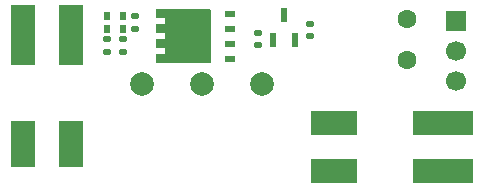
<source format=gbr>
%TF.GenerationSoftware,KiCad,Pcbnew,9.0.2*%
%TF.CreationDate,2025-06-27T10:01:34+02:00*%
%TF.ProjectId,drone_controller,64726f6e-655f-4636-9f6e-74726f6c6c65,rev?*%
%TF.SameCoordinates,Original*%
%TF.FileFunction,Soldermask,Top*%
%TF.FilePolarity,Negative*%
%FSLAX46Y46*%
G04 Gerber Fmt 4.6, Leading zero omitted, Abs format (unit mm)*
G04 Created by KiCad (PCBNEW 9.0.2) date 2025-06-27 10:01:34*
%MOMM*%
%LPD*%
G01*
G04 APERTURE LIST*
G04 Aperture macros list*
%AMRoundRect*
0 Rectangle with rounded corners*
0 $1 Rounding radius*
0 $2 $3 $4 $5 $6 $7 $8 $9 X,Y pos of 4 corners*
0 Add a 4 corners polygon primitive as box body*
4,1,4,$2,$3,$4,$5,$6,$7,$8,$9,$2,$3,0*
0 Add four circle primitives for the rounded corners*
1,1,$1+$1,$2,$3*
1,1,$1+$1,$4,$5*
1,1,$1+$1,$6,$7*
1,1,$1+$1,$8,$9*
0 Add four rect primitives between the rounded corners*
20,1,$1+$1,$2,$3,$4,$5,0*
20,1,$1+$1,$4,$5,$6,$7,0*
20,1,$1+$1,$6,$7,$8,$9,0*
20,1,$1+$1,$8,$9,$2,$3,0*%
%AMFreePoly0*
4,1,37,-1.574645,2.715355,-1.560000,2.680000,-1.560000,1.930000,-0.990000,1.930000,-0.990000,2.680000,-0.975355,2.715355,-0.940000,2.730000,-0.340000,2.730000,-0.304645,2.715355,-0.290000,2.680000,-0.290000,1.930000,0.280000,1.930000,0.280000,2.680000,0.294645,2.715355,0.330000,2.730000,0.930000,2.730000,0.965355,2.715355,0.980000,2.680000,0.980000,1.930000,1.550000,1.930000,
1.550000,2.680000,1.564645,2.715355,1.600000,2.730000,2.200000,2.730000,2.235355,2.715355,2.250000,2.680000,2.250000,-1.870000,2.235355,-1.905355,2.200000,-1.920000,-2.210000,-1.920000,-2.245355,-1.905355,-2.260000,-1.870000,-2.260000,2.680000,-2.245355,2.715355,-2.210000,2.730000,-1.610000,2.730000,-1.574645,2.715355,-1.574645,2.715355,$1*%
G04 Aperture macros list end*
%ADD10RoundRect,0.135000X0.185000X-0.135000X0.185000X0.135000X-0.185000X0.135000X-0.185000X-0.135000X0*%
%ADD11R,0.540000X0.640000*%
%ADD12C,2.000000*%
%ADD13R,1.700000X1.700000*%
%ADD14C,1.700000*%
%ADD15C,1.600000*%
%ADD16R,0.900000X0.500000*%
%ADD17FreePoly0,90.000000*%
%ADD18R,0.600000X1.250000*%
%ADD19RoundRect,0.135000X-0.185000X0.135000X-0.185000X-0.135000X0.185000X-0.135000X0.185000X0.135000X0*%
%ADD20R,2.000000X5.150000*%
%ADD21R,2.000000X4.000000*%
%ADD22R,5.100000X2.000000*%
%ADD23R,4.000000X2.000000*%
G04 APERTURE END LIST*
D10*
%TO.C,R3*%
X140800000Y-103460000D03*
X140800000Y-102440000D03*
%TD*%
%TO.C,R4*%
X139790000Y-105410000D03*
X139790000Y-104390000D03*
%TD*%
D11*
%TO.C,D1*%
X139790000Y-102410000D03*
X139790000Y-103490000D03*
%TD*%
D12*
%TO.C,SW1*%
X141420000Y-108175000D03*
X151580000Y-108175000D03*
X146500000Y-108175000D03*
%TD*%
D13*
%TO.C,J1*%
X168000000Y-102860000D03*
D14*
X168000000Y-105400000D03*
X168000000Y-107940000D03*
%TD*%
D11*
%TO.C,D2*%
X138450000Y-102410000D03*
X138450000Y-103490000D03*
%TD*%
D10*
%TO.C,R5*%
X138450000Y-105410000D03*
X138450000Y-104390000D03*
%TD*%
D15*
%TO.C,C1*%
X163800000Y-106150000D03*
X163800000Y-102650000D03*
%TD*%
D16*
%TO.C,Q1*%
X148800000Y-106010000D03*
X148800000Y-104740000D03*
X148800000Y-103470000D03*
X148800000Y-102200000D03*
D17*
X145250000Y-104110000D03*
%TD*%
D18*
%TO.C,Q2*%
X152445000Y-104450000D03*
X154355000Y-104450000D03*
X153400000Y-102350000D03*
%TD*%
D19*
%TO.C,R1*%
X155605404Y-103048760D03*
X155605404Y-104068760D03*
%TD*%
D20*
%TO.C,U1*%
X135340000Y-103975000D03*
D21*
X135340000Y-113250000D03*
D20*
X131340000Y-103975000D03*
D21*
X131340000Y-113250000D03*
%TD*%
D22*
%TO.C,U2*%
X166900000Y-115500000D03*
D23*
X157650000Y-115500000D03*
D22*
X166900000Y-111500000D03*
D23*
X157650000Y-111500000D03*
%TD*%
D10*
%TO.C,R2*%
X151190000Y-104880000D03*
X151190000Y-103860000D03*
%TD*%
M02*

</source>
